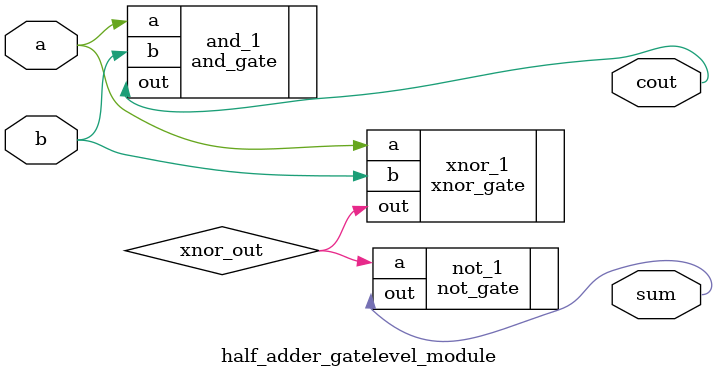
<source format=v>
module half_adder_gatelevel_module (a, b, sum, cout);
	input a, b;
	output sum, cout;
	wire xnor_out;
	
	// sum
	xnor_gate xnor_1(.a(a), .b(b), .out(xnor_out));
	not_gate not_1(.a(xnor_out), .out(sum));

	// carry
	and_gate and_1(.a(a), .b(b), .out(cout));
	
endmodule
</source>
